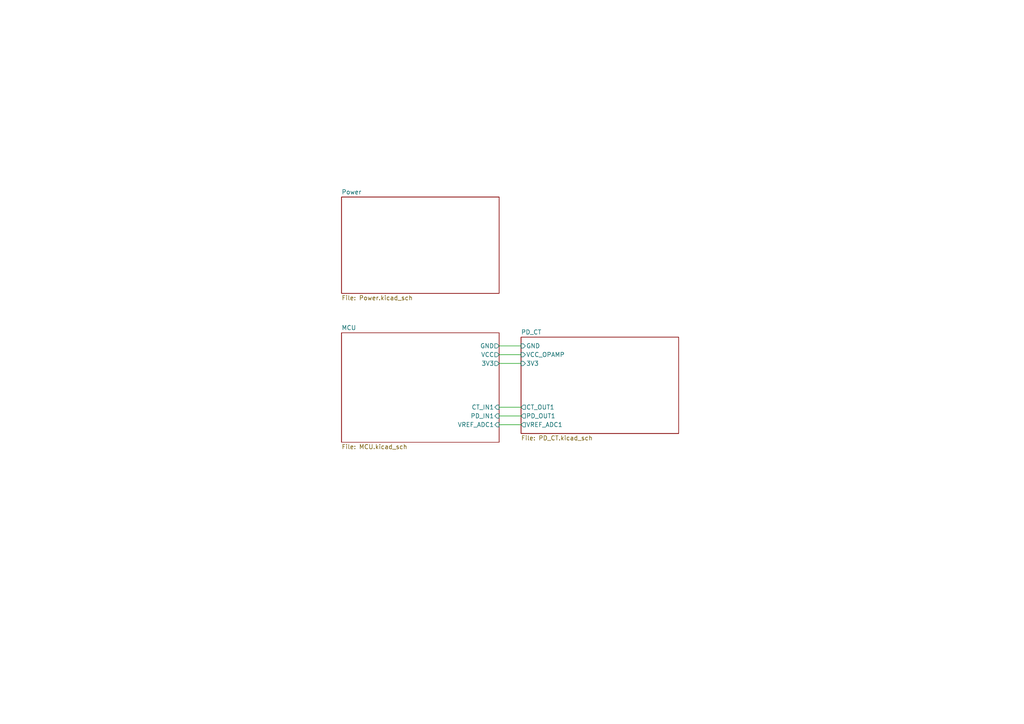
<source format=kicad_sch>
(kicad_sch
	(version 20231120)
	(generator "eeschema")
	(generator_version "8.0")
	(uuid "abd72527-7b58-4bae-8d56-d463d7f693a9")
	(paper "A4")
	(lib_symbols)
	(wire
		(pts
			(xy 144.78 123.19) (xy 151.13 123.19)
		)
		(stroke
			(width 0)
			(type default)
		)
		(uuid "31772d5a-9180-4758-ad71-70f5502a3b15")
	)
	(wire
		(pts
			(xy 144.78 120.65) (xy 151.13 120.65)
		)
		(stroke
			(width 0)
			(type default)
		)
		(uuid "4db51f2c-679f-4392-a46b-8155c07b7cd1")
	)
	(wire
		(pts
			(xy 144.78 118.11) (xy 151.13 118.11)
		)
		(stroke
			(width 0)
			(type default)
		)
		(uuid "520518cd-bf62-4fda-96c0-1016492daade")
	)
	(wire
		(pts
			(xy 144.78 102.87) (xy 151.13 102.87)
		)
		(stroke
			(width 0)
			(type default)
		)
		(uuid "6be0884a-4415-4d57-9852-1f67cb4503a3")
	)
	(wire
		(pts
			(xy 144.78 105.41) (xy 151.13 105.41)
		)
		(stroke
			(width 0)
			(type default)
		)
		(uuid "74624af4-e2e0-41b3-8938-c9046d796d8d")
	)
	(wire
		(pts
			(xy 144.78 100.33) (xy 151.13 100.33)
		)
		(stroke
			(width 0)
			(type default)
		)
		(uuid "bda5cbad-61be-4171-97e0-3cb4ef7f5e71")
	)
	(sheet
		(at 99.06 96.52)
		(size 45.72 31.75)
		(fields_autoplaced yes)
		(stroke
			(width 0.1524)
			(type solid)
		)
		(fill
			(color 0 0 0 0.0000)
		)
		(uuid "02c5e761-ea9a-47e6-b9d5-d6162733ac6a")
		(property "Sheetname" "MCU"
			(at 99.06 95.8084 0)
			(effects
				(font
					(size 1.27 1.27)
				)
				(justify left bottom)
			)
		)
		(property "Sheetfile" "MCU.kicad_sch"
			(at 99.06 128.8546 0)
			(effects
				(font
					(size 1.27 1.27)
				)
				(justify left top)
			)
		)
		(pin "GND" output
			(at 144.78 100.33 0)
			(effects
				(font
					(size 1.27 1.27)
				)
				(justify right)
			)
			(uuid "6e3a3a62-9ba2-46f6-a810-9c5d31cd129e")
		)
		(pin "CT_IN1" input
			(at 144.78 118.11 0)
			(effects
				(font
					(size 1.27 1.27)
				)
				(justify right)
			)
			(uuid "485a59f5-f3eb-4201-8292-23463041ee23")
		)
		(pin "PD_IN1" input
			(at 144.78 120.65 0)
			(effects
				(font
					(size 1.27 1.27)
				)
				(justify right)
			)
			(uuid "cbdad611-817f-48db-a3e6-168f280d46cd")
		)
		(pin "VREF_ADC1" input
			(at 144.78 123.19 0)
			(effects
				(font
					(size 1.27 1.27)
				)
				(justify right)
			)
			(uuid "d90381ab-9dd0-4d46-a47b-8c927ed4b092")
		)
		(pin "VCC" output
			(at 144.78 102.87 0)
			(effects
				(font
					(size 1.27 1.27)
				)
				(justify right)
			)
			(uuid "da047c2d-b410-493d-8f87-2e9137c75890")
		)
		(pin "3V3" output
			(at 144.78 105.41 0)
			(effects
				(font
					(size 1.27 1.27)
				)
				(justify right)
			)
			(uuid "a5d6d471-164c-4cbf-b4fd-2841d40aea8b")
		)
		(instances
			(project "PowerStream_Mainboard"
				(path "/abd72527-7b58-4bae-8d56-d463d7f693a9"
					(page "3")
				)
			)
		)
	)
	(sheet
		(at 151.13 97.79)
		(size 45.72 27.94)
		(fields_autoplaced yes)
		(stroke
			(width 0.1524)
			(type solid)
		)
		(fill
			(color 0 0 0 0.0000)
		)
		(uuid "3e13cccb-afa9-49e5-b7a7-0c6f88efb2e3")
		(property "Sheetname" "PD_CT"
			(at 151.13 97.0784 0)
			(effects
				(font
					(size 1.27 1.27)
				)
				(justify left bottom)
			)
		)
		(property "Sheetfile" "PD_CT.kicad_sch"
			(at 151.13 126.3146 0)
			(effects
				(font
					(size 1.27 1.27)
				)
				(justify left top)
			)
		)
		(pin "VREF_ADC1" output
			(at 151.13 123.19 180)
			(effects
				(font
					(size 1.27 1.27)
				)
				(justify left)
			)
			(uuid "6c84ab21-2166-4e7d-b326-4baf911ce779")
		)
		(pin "GND" input
			(at 151.13 100.33 180)
			(effects
				(font
					(size 1.27 1.27)
				)
				(justify left)
			)
			(uuid "3eb2b529-8af3-40a4-b4eb-f268fb493812")
		)
		(pin "VCC_OPAMP" input
			(at 151.13 102.87 180)
			(effects
				(font
					(size 1.27 1.27)
				)
				(justify left)
			)
			(uuid "56a5712a-f2f9-474f-a1fb-933da355e555")
		)
		(pin "PD_OUT1" output
			(at 151.13 120.65 180)
			(effects
				(font
					(size 1.27 1.27)
				)
				(justify left)
			)
			(uuid "354507b7-f6e3-421a-9a7a-d994ba5b81ba")
		)
		(pin "CT_OUT1" output
			(at 151.13 118.11 180)
			(effects
				(font
					(size 1.27 1.27)
				)
				(justify left)
			)
			(uuid "ac94d2ce-64a4-45e8-b79f-93bca98f8360")
		)
		(pin "3V3" input
			(at 151.13 105.41 180)
			(effects
				(font
					(size 1.27 1.27)
				)
				(justify left)
			)
			(uuid "ae51537a-9a63-41c9-8888-a8c06c8dfda7")
		)
		(instances
			(project "PowerStream_Mainboard"
				(path "/abd72527-7b58-4bae-8d56-d463d7f693a9"
					(page "4")
				)
			)
		)
	)
	(sheet
		(at 99.06 57.15)
		(size 45.72 27.94)
		(fields_autoplaced yes)
		(stroke
			(width 0.1524)
			(type solid)
		)
		(fill
			(color 0 0 0 0.0000)
		)
		(uuid "afc2d91c-3365-4eec-a409-68bf8c24f645")
		(property "Sheetname" "Power"
			(at 99.06 56.4384 0)
			(effects
				(font
					(size 1.27 1.27)
				)
				(justify left bottom)
			)
		)
		(property "Sheetfile" "Power.kicad_sch"
			(at 99.06 85.6746 0)
			(effects
				(font
					(size 1.27 1.27)
				)
				(justify left top)
			)
		)
		(instances
			(project "PowerStream_Mainboard"
				(path "/abd72527-7b58-4bae-8d56-d463d7f693a9"
					(page "2")
				)
			)
		)
	)
	(sheet_instances
		(path "/"
			(page "1")
		)
	)
)

</source>
